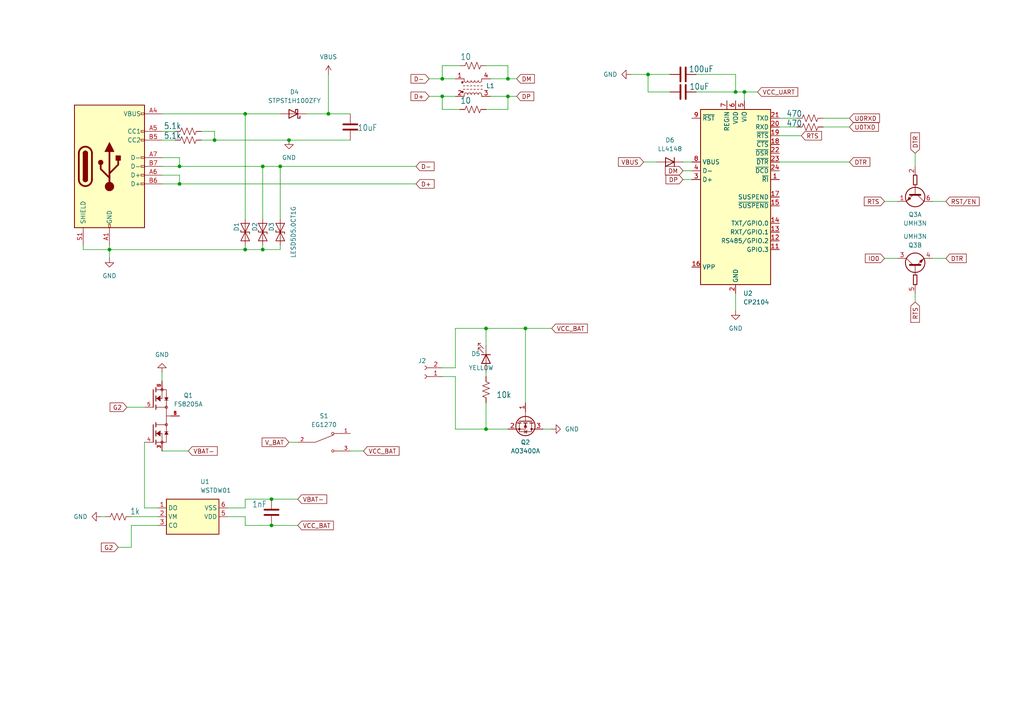
<source format=kicad_sch>
(kicad_sch (version 20231120) (generator "eeschema") (generator_version "8.0")
  (paper "A4")
  (title_block (title "TrackSense") (date "2024-05-07") (rev "BETA_1.0") (company "DFC - Cegep Ste-Foy"))
  (lib_symbols
    (symbol "Battery_Management:AP9101CK6"
      (property "Reference" "U12" (at 2.1941 10.16 0))
      (property "Value" "DW01Fa" (at 2.1941 7.62 0))
      (symbol "AP9101CK6_0_1"
        (rectangle (start -7.62 5.08) (end 7.62 -5.08) (stroke (width 0.254)) (fill (type background)))
      )
      (symbol "AP9101CK6_1_1"
        (pin output line (at -10.16 2.54 0) (length 2.54) (name "DO") (number "1"))
        (pin passive line (at -10.16 0 0) (length 2.54) (name "VM") (number "2"))
        (pin output line (at -10.16 -2.54 0) (length 2.54) (name "CO") (number "3"))
        (pin no_connect line (at 7.62 -2.54 180) (length 2.54) hide (name "NC") (number "4"))
        (pin power_in line (at 10.16 0 180) (length 2.54) (name "VDD") (number "5"))
        (pin power_in line (at 10.16 2.54 180) (length 2.54) (name "VSS") (number "6"))
      )
    )
    (symbol "Connector:Conn_01x02_Socket" (pin_names (offset 1.016) hide)
      (property "Reference" "J" (at 0 2.54 0))
      (property "Value" "Conn_01x02_Socket" (at 0 -5.08 0))
      (symbol "Conn_01x02_Socket_1_1"
        (arc (start 0 -2.032) (mid -0.5058 -2.54) (end 0 -3.048) (stroke (width 0.1524)))
        (polyline (pts (xy -1.27 -2.54) (xy -0.508 -2.54)) (stroke (width 0.1524)))
        (polyline (pts (xy -1.27 0) (xy -0.508 0)) (stroke (width 0.1524)))
        (arc (start 0 0.508) (mid -0.5058 0) (end 0 -0.508) (stroke (width 0.1524)))
        (pin passive line (at -5.08 0 0) (length 3.81) (name "Pin_1") (number "1"))
        (pin passive line (at -5.08 -2.54 0) (length 3.81) (name "Pin_2") (number "2"))
      )
    )
    (symbol "Connector:USB_C_Receptacle_USB2.0_14P" (pin_names (offset 1.016))
      (property "Reference" "J" (at 0 22.225 0))
      (property "Value" "USB_C_Receptacle_USB2.0_14P" (at 0 19.685 0))
      (symbol "USB_C_Receptacle_USB2.0_14P_0_0"
        (rectangle (start -0.254 -17.78) (end 0.254 -16.764))
        (rectangle (start 10.16 -4.826) (end 9.144 -5.334))
        (rectangle (start 10.16 -2.286) (end 9.144 -2.794))
        (rectangle (start 10.16 0.254) (end 9.144 -0.254))
        (rectangle (start 10.16 2.794) (end 9.144 2.286))
        (rectangle (start 10.16 7.874) (end 9.144 7.366))
        (rectangle (start 10.16 10.414) (end 9.144 9.906))
        (rectangle (start 10.16 15.494) (end 9.144 14.986))
      )
      (symbol "USB_C_Receptacle_USB2.0_14P_0_1"
        (rectangle (start -10.16 17.78) (end 10.16 -17.78) (stroke (width 0.254)) (fill (type background)))
        (arc (start -8.89 -3.81) (mid -6.985 -5.7067) (end -5.08 -3.81) (stroke (width 0.508)))
        (arc (start -7.62 -3.81) (mid -6.985 -4.4423) (end -6.35 -3.81) (stroke (width 0.254)))
        (arc (start -7.62 -3.81) (mid -6.985 -4.4423) (end -6.35 -3.81) (stroke (width 0.254)) (fill (type outline)))
        (rectangle (start -7.62 -3.81) (end -6.35 3.81) (stroke (width 0.254)) (fill (type outline)))
        (arc (start -6.35 3.81) (mid -6.985 4.4423) (end -7.62 3.81) (stroke (width 0.254)))
        (arc (start -6.35 3.81) (mid -6.985 4.4423) (end -7.62 3.81) (stroke (width 0.254)) (fill (type outline)))
        (arc (start -5.08 3.81) (mid -6.985 5.7067) (end -8.89 3.81) (stroke (width 0.508)))
        (circle (center -2.54 1.143) (radius 0.635) (stroke (width 0.254)) (fill (type outline)))
        (circle (center 0 -5.842) (radius 1.27) (fill (type outline)))
        (polyline (pts (xy -8.89 -3.81) (xy -8.89 3.81)) (stroke (width 0.508)))
        (polyline (pts (xy -5.08 3.81) (xy -5.08 -3.81)) (stroke (width 0.508)))
        (polyline (pts (xy 0 -5.842) (xy 0 4.318)) (stroke (width 0.508)))
        (polyline (pts (xy 0 -3.302) (xy -2.54 -0.762) (xy -2.54 0.508)) (stroke (width 0.508)))
        (polyline (pts (xy 0 -2.032) (xy 2.54 0.508) (xy 2.54 1.778)) (stroke (width 0.508)))
        (polyline (pts (xy -1.27 4.318) (xy 0 6.858) (xy 1.27 4.318) (xy -1.27 4.318)) (stroke (width 0.254)) (fill (type outline)))
        (rectangle (start 1.905 1.778) (end 3.175 3.048) (stroke (width 0.254)) (fill (type outline)))
      )
      (symbol "USB_C_Receptacle_USB2.0_14P_1_1"
        (pin passive line (at 0 -22.86 90) (length 5.08) (name "GND") (number "A1"))
        (pin passive line (at 0 -22.86 90) (length 5.08) hide (name "GND") (number "A12"))
        (pin passive line (at 15.24 15.24 180) (length 5.08) (name "VBUS") (number "A4"))
        (pin bidirectional line (at 15.24 10.16 180) (length 5.08) (name "CC1") (number "A5"))
        (pin bidirectional line (at 15.24 -2.54 180) (length 5.08) (name "D+") (number "A6"))
        (pin bidirectional line (at 15.24 2.54 180) (length 5.08) (name "D-") (number "A7"))
        (pin passive line (at 15.24 15.24 180) (length 5.08) hide (name "VBUS") (number "A9"))
        (pin passive line (at 0 -22.86 90) (length 5.08) hide (name "GND") (number "B1"))
        (pin passive line (at 0 -22.86 90) (length 5.08) hide (name "GND") (number "B12"))
        (pin passive line (at 15.24 15.24 180) (length 5.08) hide (name "VBUS") (number "B4"))
        (pin bidirectional line (at 15.24 7.62 180) (length 5.08) (name "CC2") (number "B5"))
        (pin bidirectional line (at 15.24 -5.08 180) (length 5.08) (name "D+") (number "B6"))
        (pin bidirectional line (at 15.24 0 180) (length 5.08) (name "D-") (number "B7"))
        (pin passive line (at 15.24 15.24 180) (length 5.08) hide (name "VBUS") (number "B9"))
        (pin passive line (at -7.62 -22.86 90) (length 5.08) (name "SHIELD") (number "S1"))
      )
    )
    (symbol "Device:C" (pin_numbers hide) (pin_names (offset 0.254))
      (property "Reference" "C" (at 0.635 2.54 0))
      (property "Value" "C" (at 0.635 -2.54 0))
      (symbol "C_0_1"
        (polyline (pts (xy -2.032 -0.762) (xy 2.032 -0.762)) (stroke (width 0.508)))
        (polyline (pts (xy -2.032 0.762) (xy 2.032 0.762)) (stroke (width 0.508)))
      )
      (symbol "C_1_1"
        (pin passive line (at 0 3.81 270) (length 2.794) (name "~") (number "1"))
        (pin passive line (at 0 -3.81 90) (length 2.794) (name "~") (number "2"))
      )
    )
    (symbol "Device:D_Schottky" (pin_numbers hide) (pin_names (offset 1.016) hide)
      (property "Reference" "D" (at 0 2.54 0))
      (property "Value" "D_Schottky" (at 0 -2.54 0))
      (symbol "D_Schottky_0_1"
        (polyline (pts (xy 1.27 0) (xy -1.27 0)))
        (polyline (pts (xy 1.27 1.27) (xy 1.27 -1.27) (xy -1.27 0) (xy 1.27 1.27)) (stroke (width 0.254)))
        (polyline (pts (xy -1.905 0.635) (xy -1.905 1.27) (xy -1.27 1.27) (xy -1.27 -1.27) (xy -0.635 -1.27) (xy -0.635 -0.635)) (stroke (width 0.254)))
      )
      (symbol "D_Schottky_1_1"
        (pin passive line (at -3.81 0 0) (length 2.54) (name "K") (number "1"))
        (pin passive line (at 3.81 0 180) (length 2.54) (name "A") (number "2"))
      )
    )
    (symbol "Device:LED" (pin_numbers hide) (pin_names (offset 1.016) hide)
      (property "Reference" "D" (at 0 2.54 0))
      (property "Value" "LED" (at 0 -2.54 0))
      (symbol "LED_0_1"
        (polyline (pts (xy -1.27 -1.27) (xy -1.27 1.27)) (stroke (width 0.254)))
        (polyline (pts (xy -1.27 0) (xy 1.27 0)))
        (polyline (pts (xy 1.27 -1.27) (xy 1.27 1.27) (xy -1.27 0) (xy 1.27 -1.27)) (stroke (width 0.254)))
        (polyline (pts (xy -3.048 -0.762) (xy -4.572 -2.286) (xy -3.81 -2.286) (xy -4.572 -2.286) (xy -4.572 -1.524)))
        (polyline (pts (xy -1.778 -0.762) (xy -3.302 -2.286) (xy -2.54 -2.286) (xy -3.302 -2.286) (xy -3.302 -1.524)))
      )
      (symbol "LED_1_1"
        (pin passive line (at -3.81 0 0) (length 2.54) (name "K") (number "1"))
        (pin passive line (at 3.81 0 180) (length 2.54) (name "A") (number "2"))
      )
    )
    (symbol "Device:L_Ferrite_Coupled_1423" (pin_names (offset 0.254) hide)
      (property "Reference" "L" (at 0 4.445 0))
      (property "Value" "L_Ferrite_Coupled_1423" (at 0 -4.445 0))
      (symbol "L_Ferrite_Coupled_1423_0_1"
        (circle (center -3.048 -1.27) (radius 0.254) (fill (type outline)))
        (circle (center -3.048 1.524) (radius 0.254) (fill (type outline)))
        (arc (start -2.54 2.032) (mid -2.032 1.5262) (end -1.524 2.032))
        (arc (start -1.524 -2.032) (mid -2.032 -1.5262) (end -2.54 -2.032))
        (arc (start -1.524 2.032) (mid -1.016 1.5262) (end -0.508 2.032))
        (arc (start -0.508 -2.032) (mid -1.016 -1.5262) (end -1.524 -2.032))
        (arc (start -0.508 2.032) (mid 0 1.5262) (end 0.508 2.032))
        (polyline (pts (xy -2.794 -0.508) (xy -2.286 -0.508)))
        (polyline (pts (xy -2.794 0.508) (xy -2.286 0.508)))
        (polyline (pts (xy -2.54 -2.032) (xy -2.54 -2.54)))
        (polyline (pts (xy -2.54 2.032) (xy -2.54 2.54)))
        (polyline (pts (xy -1.778 -0.508) (xy -1.27 -0.508)))
        (polyline (pts (xy -1.778 0.508) (xy -1.27 0.508)))
        (polyline (pts (xy -0.762 -0.508) (xy -0.254 -0.508)))
        (polyline (pts (xy -0.762 0.508) (xy -0.254 0.508)))
        (polyline (pts (xy 0.254 -0.508) (xy 0.762 -0.508)))
        (polyline (pts (xy 0.254 0.508) (xy 0.762 0.508)))
        (polyline (pts (xy 1.27 -0.508) (xy 1.778 -0.508)))
        (polyline (pts (xy 1.27 0.508) (xy 1.778 0.508)))
        (polyline (pts (xy 2.286 -0.508) (xy 2.794 -0.508)))
        (polyline (pts (xy 2.286 0.508) (xy 2.794 0.508)))
        (polyline (pts (xy 2.54 -2.032) (xy 2.54 -2.54)))
        (polyline (pts (xy 2.54 2.54) (xy 2.54 2.032)))
        (arc (start 0.508 -2.032) (mid 0 -1.5262) (end -0.508 -2.032))
        (arc (start 0.508 2.032) (mid 1.016 1.5262) (end 1.524 2.032))
        (arc (start 1.524 -2.032) (mid 1.016 -1.5262) (end 0.508 -2.032))
        (arc (start 1.524 2.032) (mid 2.032 1.5262) (end 2.54 2.032))
        (arc (start 2.54 -2.032) (mid 2.032 -1.5262) (end 1.524 -2.032))
      )
      (symbol "L_Ferrite_Coupled_1423_1_1"
        (pin passive line (at -5.08 2.54 0) (length 2.54) (name "1") (number "1"))
        (pin passive line (at -5.08 -2.54 0) (length 2.54) (name "2") (number "2"))
        (pin passive line (at 5.08 -2.54 180) (length 2.54) (name "3") (number "3"))
        (pin passive line (at 5.08 2.54 180) (length 2.54) (name "4") (number "4"))
      )
    )
    (symbol "Device:R_US" (pin_numbers hide) (pin_names (offset 0))
      (property "Reference" "R" (at 2.54 0 90))
      (property "Value" "R_US" (at -2.54 0 90))
      (symbol "R_US_0_1"
        (polyline (pts (xy 0 -2.286) (xy 0 -2.54)))
        (polyline (pts (xy 0 2.286) (xy 0 2.54)))
        (polyline (pts (xy 0 -0.762) (xy 1.016 -1.143) (xy 0 -1.524) (xy -1.016 -1.905) (xy 0 -2.286)))
        (polyline (pts (xy 0 0.762) (xy 1.016 0.381) (xy 0 0) (xy -1.016 -0.381) (xy 0 -0.762)))
        (polyline (pts (xy 0 2.286) (xy 1.016 1.905) (xy 0 1.524) (xy -1.016 1.143) (xy 0 0.762)))
      )
      (symbol "R_US_1_1"
        (pin passive line (at 0 3.81 270) (length 1.27) (name "~") (number "1"))
        (pin passive line (at 0 -3.81 90) (length 1.27) (name "~") (number "2"))
      )
    )
    (symbol "Diode:LL4148" (pin_numbers hide) (pin_names hide)
      (property "Reference" "D" (at 0 2.54 0))
      (property "Value" "LL4148" (at 0 -2.54 0))
      (symbol "LL4148_0_1"
        (polyline (pts (xy -1.27 1.27) (xy -1.27 -1.27)) (stroke (width 0.254)))
        (polyline (pts (xy 1.27 0) (xy -1.27 0)))
        (polyline (pts (xy 1.27 1.27) (xy 1.27 -1.27) (xy -1.27 0) (xy 1.27 1.27)) (stroke (width 0.254)))
      )
      (symbol "LL4148_1_1"
        (pin passive line (at -3.81 0 0) (length 2.54) (name "K") (number "1"))
        (pin passive line (at 3.81 0 180) (length 2.54) (name "A") (number "2"))
      )
    )
    (symbol "Diode:SD05_SOD323" (pin_numbers hide) (pin_names (offset 1.016) hide)
      (property "Reference" "D" (at 0 2.54 0))
      (property "Value" "SD05_SOD323" (at 0 -2.54 0))
      (symbol "SD05_SOD323_0_1"
        (polyline (pts (xy 1.27 0) (xy -1.27 0)))
        (polyline (pts (xy -2.54 -1.27) (xy 0 0) (xy -2.54 1.27) (xy -2.54 -1.27)) (stroke (width 0.2032)))
        (polyline (pts (xy 0.508 1.27) (xy 0 1.27) (xy 0 -1.27) (xy -0.508 -1.27)) (stroke (width 0.2032)))
        (polyline (pts (xy 2.54 1.27) (xy 2.54 -1.27) (xy 0 0) (xy 2.54 1.27)) (stroke (width 0.2032)))
      )
      (symbol "SD05_SOD323_1_1"
        (pin passive line (at -3.81 0 0) (length 2.54) (name "A1") (number "1"))
        (pin passive line (at 3.81 0 180) (length 2.54) (name "A2") (number "2"))
      )
    )
    (symbol "EG1270:EG1270" (pin_names (offset 1.016))
      (property "Reference" "S" (at -2.54 5.08 0))
      (property "Value" "EG1270" (at -2.54 -5.08 0))
      (symbol "EG1270_0_0"
        (polyline (pts (xy -2.54 0) (xy -5.08 0)) (stroke (width 0.1524)))
        (polyline (pts (xy -2.54 0) (xy 2.794 2.1336)) (stroke (width 0.1524)))
        (polyline (pts (xy 5.08 -2.54) (xy 2.921 -2.54)) (stroke (width 0.1524)))
        (polyline (pts (xy 5.08 2.54) (xy 2.921 2.54)) (stroke (width 0.1524)))
        (circle (center 2.54 -2.54) (radius 0.3302) (stroke (width 0.1524)))
        (circle (center 2.54 2.54) (radius 0.3302) (stroke (width 0.1524)))
        (pin passive line (at 7.62 2.54 180) (length 2.54) (name "~") (number "1"))
        (pin passive line (at -7.62 0 0) (length 2.54) (name "~") (number "2"))
        (pin passive line (at 7.62 -2.54 180) (length 2.54) (name "~") (number "3"))
      )
    )
    (symbol "FS8205A:FS8205A" (pin_names (offset 1.016))
      (property "Reference" "Q" (at -11.43 7.62 0))
      (property "Value" "FS8205A" (at -11.43 -12.7 0))
      (symbol "FS8205A_0_0"
        (circle (center 0 -7.62) (radius 0.3592))
        (polyline (pts (xy -2.54 -2.54) (xy -2.54 -7.62)) (stroke (width 0.254)))
        (polyline (pts (xy -2.54 7.62) (xy -2.54 2.54)) (stroke (width 0.254)))
        (polyline (pts (xy -1.778 -7.62) (xy -1.778 -8.255)) (stroke (width 0.254)))
        (polyline (pts (xy -1.778 -6.985) (xy -1.778 -7.62)) (stroke (width 0.254)))
        (polyline (pts (xy -1.778 -5.08) (xy -1.778 -5.842)) (stroke (width 0.254)))
        (polyline (pts (xy -1.778 -5.08) (xy 0 -5.08)) (stroke (width 0.1524)))
        (polyline (pts (xy -1.778 -4.318) (xy -1.778 -5.08)) (stroke (width 0.254)))
        (polyline (pts (xy -1.778 -2.54) (xy -1.778 -3.175)) (stroke (width 0.254)))
        (polyline (pts (xy -1.778 -2.54) (xy 1.27 -2.54)) (stroke (width 0.1524)))
        (polyline (pts (xy -1.778 -1.905) (xy -1.778 -2.54)) (stroke (width 0.254)))
        (polyline (pts (xy -1.778 2.54) (xy -1.778 1.905)) (stroke (width 0.254)))
        (polyline (pts (xy -1.778 3.175) (xy -1.778 2.54)) (stroke (width 0.254)))
        (polyline (pts (xy -1.778 5.08) (xy -1.778 4.318)) (stroke (width 0.254)))
        (polyline (pts (xy -1.778 5.08) (xy 0 5.08)) (stroke (width 0.1524)))
        (polyline (pts (xy -1.778 5.842) (xy -1.778 5.08)) (stroke (width 0.254)))
        (polyline (pts (xy -1.778 7.62) (xy -1.778 6.985)) (stroke (width 0.254)))
        (polyline (pts (xy -1.778 7.62) (xy 1.27 7.62)) (stroke (width 0.1524)))
        (polyline (pts (xy -1.778 8.255) (xy -1.778 7.62)) (stroke (width 0.254)))
        (polyline (pts (xy 0 -7.62) (xy -1.778 -7.62)) (stroke (width 0.1524)))
        (polyline (pts (xy 0 -7.62) (xy 1.27 -7.62)) (stroke (width 0.1524)))
        (polyline (pts (xy 0 -5.08) (xy 0 -7.62)) (stroke (width 0.1524)))
        (polyline (pts (xy 0 7.62) (xy 0 5.08)) (stroke (width 0.1524)))
        (polyline (pts (xy 0.762 4.572) (xy 1.27 4.572)) (stroke (width 0.1524)))
        (polyline (pts (xy 1.27 -4.572) (xy 0.762 -4.572)) (stroke (width 0.1524)))
        (polyline (pts (xy 1.27 -4.572) (xy 1.27 -7.62)) (stroke (width 0.1524)))
        (polyline (pts (xy 1.27 -2.54) (xy 1.27 -4.572)) (stroke (width 0.1524)))
        (polyline (pts (xy 1.27 -2.54) (xy 1.27 0)) (stroke (width 0.1524)))
        (polyline (pts (xy 1.27 0) (xy 1.27 2.54)) (stroke (width 0.1524)))
        (polyline (pts (xy 1.27 0) (xy 2.54 0)) (stroke (width 0.1524)))
        (polyline (pts (xy 1.27 2.54) (xy -1.778 2.54)) (stroke (width 0.1524)))
        (polyline (pts (xy 1.27 2.54) (xy 1.27 4.572)) (stroke (width 0.1524)))
        (polyline (pts (xy 1.27 4.572) (xy 1.27 7.62)) (stroke (width 0.1524)))
        (polyline (pts (xy 1.27 4.572) (xy 1.778 4.572)) (stroke (width 0.1524)))
        (polyline (pts (xy 1.778 -4.572) (xy 1.27 -4.572)) (stroke (width 0.1524)))
        (polyline (pts (xy -1.524 -5.08) (xy -0.508 -4.318) (xy -0.508 -5.842) (xy -1.524 -5.08)) (stroke (width 0.1524)) (fill (type outline)))
        (polyline (pts (xy -1.524 5.08) (xy -0.508 5.842) (xy -0.508 4.318) (xy -1.524 5.08)) (stroke (width 0.1524)) (fill (type outline)))
        (polyline (pts (xy 1.27 -4.572) (xy 0.762 -5.334) (xy 1.778 -5.334) (xy 1.27 -4.572)) (stroke (width 0.1524)) (fill (type outline)))
        (polyline (pts (xy 1.27 4.572) (xy 1.778 5.334) (xy 0.762 5.334) (xy 1.27 4.572)) (stroke (width 0.1524)) (fill (type outline)))
        (circle (center 0 7.62) (radius 0.3592))
        (circle (center 1.27 -2.54) (radius 0.3592))
        (circle (center 1.27 2.54) (radius 0.3592))
        (pin passive line (at 5.08 0 180) (length 2.54) (name "~") (number "1"))
        (pin passive line (at 0 -10.16 90) (length 2.54) (name "~") (number "2"))
        (pin passive line (at 0 -10.16 90) (length 2.54) (name "~") (number "3"))
        (pin passive line (at -5.08 -7.62 0) (length 2.54) (name "~") (number "4"))
        (pin passive line (at -5.08 2.54 0) (length 2.54) (name "~") (number "5"))
        (pin passive line (at 0 10.16 270) (length 2.54) (name "~") (number "6"))
        (pin passive line (at 0 10.16 270) (length 2.54) (name "~") (number "7"))
        (pin passive line (at 5.08 0 180) (length 2.54) (name "~") (number "8"))
      )
    )
    (symbol "Interface_USB:CP2104"
      (property "Reference" "U" (at -5.08 28.575 0))
      (property "Value" "CP2104" (at -5.08 26.67 0))
      (symbol "CP2104_1_1"
        (rectangle (start -10.16 25.4) (end 10.16 -25.4) (stroke (width 0.254)) (fill (type background)))
        (pin input line (at 12.7 5.08 180) (length 2.54) (name "~{RI}") (number "1"))
        (pin no_connect line (at 10.16 -20.32 180) (length 2.54) hide (name "NC") (number "10"))
        (pin bidirectional line (at 12.7 -15.24 180) (length 2.54) (name "GPIO.3") (number "11"))
        (pin bidirectional line (at 12.7 -12.7 180) (length 2.54) (name "RS485/GPIO.2") (number "12"))
        (pin bidirectional line (at 12.7 -10.16 180) (length 2.54) (name "RXT/GPIO.1") (number "13"))
        (pin bidirectional line (at 12.7 -7.62 180) (length 2.54) (name "TXT/GPIO.0") (number "14"))
        (pin output line (at 12.7 -2.54 180) (length 2.54) (name "~{SUSPEND}") (number "15"))
        (pin passive line (at -12.7 -20.32 0) (length 2.54) (name "VPP") (number "16"))
        (pin output line (at 12.7 0 180) (length 2.54) (name "SUSPEND") (number "17"))
        (pin input line (at 12.7 15.24 180) (length 2.54) (name "~{CTS}") (number "18"))
        (pin output line (at 12.7 17.78 180) (length 2.54) (name "~{RTS}") (number "19"))
        (pin power_in line (at 0 -27.94 90) (length 2.54) (name "GND") (number "2"))
        (pin input line (at 12.7 20.32 180) (length 2.54) (name "RXD") (number "20"))
        (pin output line (at 12.7 22.86 180) (length 2.54) (name "TXD") (number "21"))
        (pin input line (at 12.7 12.7 180) (length 2.54) (name "~{DSR}") (number "22"))
        (pin output line (at 12.7 10.16 180) (length 2.54) (name "~{DTR}") (number "23"))
        (pin input line (at 12.7 7.62 180) (length 2.54) (name "~{DCD}") (number "24"))
        (pin passive line (at 0 -27.94 90) (length 2.54) hide (name "GND") (number "25"))
        (pin bidirectional line (at -12.7 5.08 0) (length 2.54) (name "D+") (number "3"))
        (pin bidirectional line (at -12.7 7.62 0) (length 2.54) (name "D-") (number "4"))
        (pin power_in line (at 2.54 27.94 270) (length 2.54) (name "VIO") (number "5"))
        (pin power_in line (at 0 27.94 270) (length 2.54) (name "VDD") (number "6"))
        (pin power_in line (at -2.54 27.94 270) (length 2.54) (name "REGIN") (number "7"))
        (pin input line (at -12.7 10.16 0) (length 2.54) (name "VBUS") (number "8"))
        (pin bidirectional line (at -12.7 22.86 0) (length 2.54) (name "~{RST}") (number "9"))
      )
    )
    (symbol "Transistor_BJT:UMH3N" (pin_names hide)
      (property "Reference" "Q" (at 7.62 1.27 0))
      (property "Value" "UMH3N" (at 7.62 -1.27 0))
      (symbol "UMH3N_0_1"
        (polyline (pts (xy 3.175 0) (xy 0.254 0)))
        (polyline (pts (xy 3.175 0.635) (xy 5.08 2.54)))
        (polyline (pts (xy 3.175 1.524) (xy 3.175 -1.524)) (stroke (width 0.508)))
        (polyline (pts (xy 3.175 -0.635) (xy 5.08 -2.54) (xy 5.08 -2.54)))
        (polyline (pts (xy 3.81 -1.778) (xy 4.318 -1.27) (xy 4.826 -2.286) (xy 3.81 -1.778) (xy 3.81 -1.778)) (fill (type outline)))
        (rectangle (start 0.254 0.508) (end -2.54 -0.508) (stroke (width 0.254)))
        (circle (center 3.81 0) (radius 2.8194) (stroke (width 0.254)))
      )
      (symbol "UMH3N_1_1"
        (pin passive line (at 5.08 -5.08 90) (length 2.54) (name "E1") (number "1"))
        (pin input line (at -5.08 0 0) (length 2.54) (name "B1") (number "2"))
        (pin passive line (at 5.08 5.08 270) (length 2.54) (name "C1") (number "6"))
      )
      (symbol "UMH3N_2_1"
        (pin passive line (at 5.08 5.08 270) (length 2.54) (name "C2") (number "3"))
        (pin passive line (at 5.08 -5.08 90) (length 2.54) (name "E2") (number "4"))
        (pin input line (at -5.08 0 0) (length 2.54) (name "B2") (number "5"))
      )
    )
    (symbol "Transistor_FET:AO3400A" (pin_names hide)
      (property "Reference" "Q" (at 5.08 1.905 0))
      (property "Value" "AO3400A" (at 5.08 0 0))
      (symbol "AO3400A_0_1"
        (polyline (pts (xy 0.254 0) (xy -2.54 0)))
        (polyline (pts (xy 0.254 1.905) (xy 0.254 -1.905)) (stroke (width 0.254)))
        (polyline (pts (xy 0.762 -1.27) (xy 0.762 -2.286)) (stroke (width 0.254)))
        (polyline (pts (xy 0.762 0.508) (xy 0.762 -0.508)) (stroke (width 0.254)))
        (polyline (pts (xy 0.762 2.286) (xy 0.762 1.27)) (stroke (width 0.254)))
        (polyline (pts (xy 2.54 2.54) (xy 2.54 1.778)))
        (polyline (pts (xy 2.54 -2.54) (xy 2.54 0) (xy 0.762 0)))
        (polyline (pts (xy 0.762 -1.778) (xy 3.302 -1.778) (xy 3.302 1.778) (xy 0.762 1.778)))
        (polyline (pts (xy 1.016 0) (xy 2.032 0.381) (xy 2.032 -0.381) (xy 1.016 0)) (fill (type outline)))
        (polyline (pts (xy 2.794 0.508) (xy 2.921 0.381) (xy 3.683 0.381) (xy 3.81 0.254)))
        (polyline (pts (xy 3.302 0.381) (xy 2.921 -0.254) (xy 3.683 -0.254) (xy 3.302 0.381)))
        (circle (center 1.651 0) (radius 2.794) (stroke (width 0.254)))
        (circle (center 2.54 -1.778) (radius 0.254) (fill (type outline)))
        (circle (center 2.54 1.778) (radius 0.254) (fill (type outline)))
      )
      (symbol "AO3400A_1_1"
        (pin input line (at -5.08 0 0) (length 2.54) (name "G") (number "1"))
        (pin passive line (at 2.54 -5.08 90) (length 2.54) (name "S") (number "2"))
        (pin passive line (at 2.54 5.08 270) (length 2.54) (name "D") (number "3"))
      )
    )
    (symbol "power:GND" (power) (pin_numbers hide) (pin_names (offset 0) hide)
      (property "Value" "GND" (at 0 -3.81 0))
      (symbol "GND_0_1"
        (polyline (pts (xy 0 0) (xy 0 -1.27) (xy 1.27 -1.27) (xy 0 -2.54) (xy -1.27 -1.27) (xy 0 -1.27)))
      )
      (symbol "GND_1_1"
        (pin power_in line (at 0 0 270) (length 0) (name "~") (number "1"))
      )
    )
    (symbol "power:VBUS" (power) (pin_numbers hide) (pin_names (offset 0) hide)
      (property "Value" "VBUS" (at 0 3.556 0))
      (symbol "VBUS_0_1"
        (polyline (pts (xy -0.762 1.27) (xy 0 2.54)))
        (polyline (pts (xy 0 0) (xy 0 2.54)))
        (polyline (pts (xy 0 2.54) (xy 0.762 1.27)))
      )
      (symbol "VBUS_1_1"
        (pin power_in line (at 0 0 90) (length 0) (name "~") (number "1"))
      )
    )
  )
  (junction (at 52.07 53.34))
  (junction (at 83.82 40.64))
  (junction (at 215.9 26.67))
  (junction (at 71.12 72.39))
  (junction (at 76.2 72.39))
  (junction (at 140.97 124.46))
  (junction (at 140.97 95.25))
  (junction (at 78.74 152.4))
  (junction (at 71.12 33.02))
  (junction (at 213.36 26.67))
  (junction (at 81.28 48.26))
  (junction (at 152.4 95.25))
  (junction (at 187.96 21.59))
  (junction (at 128.27 27.94))
  (junction (at 147.32 27.94))
  (junction (at 78.74 144.78))
  (junction (at 95.25 33.02))
  (junction (at 76.2 48.26))
  (junction (at 52.07 48.26))
  (junction (at 147.32 22.86))
  (junction (at 31.75 72.39))
  (junction (at 62.23 40.64))
  (junction (at 128.27 22.86))
  (wire (pts (xy 24.13 72.39) (xy 31.75 72.39)))
  (wire (pts (xy 198.12 46.99) (xy 200.66 46.99)))
  (wire (pts (xy 46.99 33.02) (xy 71.12 33.02)))
  (wire (pts (xy 187.96 21.59) (xy 182.88 21.59)))
  (wire (pts (xy 36.83 118.11) (xy 41.91 118.11)))
  (wire (pts (xy 147.32 31.75) (xy 147.32 27.94)))
  (wire (pts (xy 58.42 40.64) (xy 62.23 40.64)) (stroke (width 0.1524)))
  (wire (pts (xy 62.23 38.1) (xy 62.23 40.64)) (stroke (width 0.1524)))
  (wire (pts (xy 142.24 22.86) (xy 147.32 22.86)))
  (wire (pts (xy 132.08 109.22) (xy 132.08 124.46)))
  (wire (pts (xy 238.76 36.83) (xy 246.38 36.83)))
  (wire (pts (xy 38.1 149.86) (xy 45.72 149.86)))
  (wire (pts (xy 71.12 147.32) (xy 71.12 144.78)))
  (wire (pts (xy 24.13 71.12) (xy 24.13 72.39)))
  (wire (pts (xy 128.27 109.22) (xy 132.08 109.22)))
  (wire (pts (xy 49.53 40.64) (xy 50.8 40.64)))
  (wire (pts (xy 81.28 72.39) (xy 76.2 72.39)))
  (wire (pts (xy 38.1 158.75) (xy 34.29 158.75)))
  (wire (pts (xy 226.06 34.29) (xy 231.14 34.29)))
  (wire (pts (xy 140.97 31.75) (xy 147.32 31.75)))
  (wire (pts (xy 140.97 116.84) (xy 140.97 124.46)))
  (wire (pts (xy 198.12 52.07) (xy 200.66 52.07)))
  (wire (pts (xy 226.06 36.83) (xy 231.14 36.83)))
  (wire (pts (xy 226.06 46.99) (xy 246.38 46.99)))
  (wire (pts (xy 152.4 95.25) (xy 140.97 95.25)))
  (wire (pts (xy 270.51 74.93) (xy 274.32 74.93)))
  (wire (pts (xy 83.82 40.64) (xy 101.6 40.64)))
  (wire (pts (xy 256.54 58.42) (xy 260.35 58.42)))
  (wire (pts (xy 132.08 106.68) (xy 128.27 106.68)))
  (wire (pts (xy 38.1 152.4) (xy 38.1 158.75)))
  (wire (pts (xy 238.76 34.29) (xy 246.38 34.29)))
  (wire (pts (xy 46.99 50.8) (xy 52.07 50.8)))
  (wire (pts (xy 52.07 48.26) (xy 76.2 48.26)))
  (wire (pts (xy 81.28 71.12) (xy 81.28 72.39)))
  (wire (pts (xy 140.97 107.95) (xy 140.97 109.22)))
  (wire (pts (xy 142.24 27.94) (xy 147.32 27.94)))
  (wire (pts (xy 46.99 45.72) (xy 52.07 45.72)))
  (wire (pts (xy 198.12 49.53) (xy 200.66 49.53)))
  (wire (pts (xy 66.04 147.32) (xy 71.12 147.32)))
  (wire (pts (xy 128.27 31.75) (xy 133.35 31.75)))
  (wire (pts (xy 52.07 45.72) (xy 52.07 48.26)))
  (wire (pts (xy 66.04 149.86) (xy 71.12 149.86)))
  (wire (pts (xy 95.25 33.02) (xy 101.6 33.02)))
  (wire (pts (xy 71.12 149.86) (xy 71.12 152.4)))
  (wire (pts (xy 152.4 95.25) (xy 152.4 116.84)))
  (wire (pts (xy 71.12 71.12) (xy 71.12 72.39)))
  (wire (pts (xy 76.2 48.26) (xy 81.28 48.26)))
  (wire (pts (xy 213.36 85.09) (xy 213.36 90.17)))
  (wire (pts (xy 128.27 19.05) (xy 133.35 19.05)))
  (wire (pts (xy 71.12 33.02) (xy 81.28 33.02)))
  (wire (pts (xy 31.75 71.12) (xy 31.75 72.39)))
  (wire (pts (xy 201.93 26.67) (xy 213.36 26.67)))
  (wire (pts (xy 71.12 144.78) (xy 78.74 144.78)))
  (wire (pts (xy 201.93 21.59) (xy 213.36 21.59)))
  (wire (pts (xy 58.42 38.1) (xy 62.23 38.1)) (stroke (width 0.1524)))
  (wire (pts (xy 52.07 53.34) (xy 46.99 53.34)))
  (wire (pts (xy 76.2 48.26) (xy 76.2 63.5)))
  (wire (pts (xy 81.28 48.26) (xy 120.65 48.26)))
  (wire (pts (xy 46.99 38.1) (xy 49.53 38.1)) (stroke (width 0.1524)))
  (wire (pts (xy 71.12 72.39) (xy 76.2 72.39)))
  (wire (pts (xy 46.99 40.64) (xy 49.53 40.64)) (stroke (width 0.1524)))
  (wire (pts (xy 187.96 21.59) (xy 194.31 21.59)))
  (wire (pts (xy 147.32 22.86) (xy 149.86 22.86)))
  (wire (pts (xy 95.25 21.59) (xy 95.25 33.02)))
  (wire (pts (xy 132.08 124.46) (xy 140.97 124.46)))
  (wire (pts (xy 31.75 72.39) (xy 31.75 74.93)))
  (wire (pts (xy 46.99 107.95) (xy 46.99 110.49)))
  (wire (pts (xy 256.54 74.93) (xy 260.35 74.93)))
  (wire (pts (xy 62.23 40.64) (xy 83.82 40.64)))
  (wire (pts (xy 52.07 50.8) (xy 52.07 53.34)))
  (wire (pts (xy 160.02 95.25) (xy 152.4 95.25)))
  (wire (pts (xy 213.36 21.59) (xy 213.36 26.67)))
  (wire (pts (xy 140.97 124.46) (xy 147.32 124.46)))
  (wire (pts (xy 186.69 46.99) (xy 190.5 46.99)))
  (wire (pts (xy 213.36 26.67) (xy 215.9 26.67)))
  (wire (pts (xy 31.75 72.39) (xy 71.12 72.39)))
  (wire (pts (xy 52.07 48.26) (xy 46.99 48.26)))
  (wire (pts (xy 128.27 19.05) (xy 128.27 22.86)))
  (wire (pts (xy 86.36 152.4) (xy 78.74 152.4)))
  (wire (pts (xy 128.27 31.75) (xy 128.27 27.94)))
  (wire (pts (xy 46.99 130.81) (xy 54.61 130.81)))
  (wire (pts (xy 52.07 53.34) (xy 120.65 53.34)))
  (wire (pts (xy 219.71 26.67) (xy 215.9 26.67)))
  (wire (pts (xy 101.6 130.81) (xy 105.41 130.81)))
  (wire (pts (xy 147.32 27.94) (xy 149.86 27.94)))
  (wire (pts (xy 71.12 152.4) (xy 78.74 152.4)))
  (wire (pts (xy 140.97 95.25) (xy 140.97 100.33)))
  (wire (pts (xy 157.48 124.46) (xy 160.02 124.46)))
  (wire (pts (xy 226.06 39.37) (xy 232.41 39.37)))
  (wire (pts (xy 132.08 95.25) (xy 132.08 106.68)))
  (wire (pts (xy 128.27 22.86) (xy 132.08 22.86)))
  (wire (pts (xy 88.9 33.02) (xy 95.25 33.02)))
  (wire (pts (xy 83.82 128.27) (xy 86.36 128.27)))
  (wire (pts (xy 78.74 144.78) (xy 86.36 144.78)))
  (wire (pts (xy 45.72 152.4) (xy 38.1 152.4)))
  (wire (pts (xy 265.43 44.45) (xy 265.43 48.26)))
  (wire (pts (xy 270.51 58.42) (xy 274.32 58.42)))
  (wire (pts (xy 124.46 22.86) (xy 128.27 22.86)))
  (wire (pts (xy 187.96 26.67) (xy 187.96 21.59)))
  (wire (pts (xy 49.53 38.1) (xy 50.8 38.1)))
  (wire (pts (xy 128.27 27.94) (xy 132.08 27.94)))
  (wire (pts (xy 124.46 27.94) (xy 128.27 27.94)))
  (wire (pts (xy 265.43 85.09) (xy 265.43 87.63)))
  (wire (pts (xy 76.2 71.12) (xy 76.2 72.39)))
  (wire (pts (xy 71.12 33.02) (xy 71.12 63.5)))
  (wire (pts (xy 194.31 26.67) (xy 187.96 26.67)))
  (wire (pts (xy 41.91 128.27) (xy 41.91 147.32)))
  (wire (pts (xy 215.9 26.67) (xy 215.9 29.21)))
  (wire (pts (xy 140.97 19.05) (xy 147.32 19.05)))
  (wire (pts (xy 140.97 95.25) (xy 132.08 95.25)))
  (wire (pts (xy 41.91 147.32) (xy 45.72 147.32)))
  (wire (pts (xy 29.21 149.86) (xy 30.48 149.86)))
  (wire (pts (xy 81.28 48.26) (xy 81.28 63.5)))
  (wire (pts (xy 147.32 19.05) (xy 147.32 22.86)))
  (global_label "RTS" (shape input) (at 232.41 39.37 0) (property "Intersheetrefs" "${INTERSHEET_REFS}" (effects (hide yes))))
  (global_label "V_BAT" (shape input) (at 83.82 128.27 180) (property "Intersheetrefs" "${INTERSHEET_REFS}" (effects (hide yes))))
  (global_label "DTR" (shape input) (at 265.43 44.45 90) (property "Intersheetrefs" "${INTERSHEET_REFS}" (effects (hide yes))))
  (global_label "DM" (shape input) (at 149.86 22.86 0) (property "Intersheetrefs" "${INTERSHEET_REFS}" (effects (hide yes))))
  (global_label "VBAT-" (shape input) (at 86.36 144.78 0) (property "Intersheetrefs" "${INTERSHEET_REFS}" (effects (hide yes))))
  (global_label "G2" (shape input) (at 36.83 118.11 180) (property "Intersheetrefs" "${INTERSHEET_REFS}" (effects (hide yes))))
  (global_label "VCC_BAT" (shape input) (at 160.02 95.25 0) (property "Intersheetrefs" "${INTERSHEET_REFS}" (effects (hide yes))))
  (global_label "RTS" (shape input) (at 256.54 58.42 180) (property "Intersheetrefs" "${INTERSHEET_REFS}" (effects (hide yes))))
  (global_label "IO0" (shape input) (at 256.54 74.93 180) (property "Intersheetrefs" "${INTERSHEET_REFS}" (effects (hide yes))))
  (global_label "D+" (shape input) (at 120.65 53.34 0) (property "Intersheetrefs" "${INTERSHEET_REFS}" (effects (hide yes))))
  (global_label "U0TXD" (shape input) (at 246.38 36.83 0) (property "Intersheetrefs" "${INTERSHEET_REFS}" (effects (hide yes))))
  (global_label "DP" (shape input) (at 149.86 27.94 0) (property "Intersheetrefs" "${INTERSHEET_REFS}" (effects (hide yes))))
  (global_label "DM" (shape input) (at 198.12 49.53 180) (property "Intersheetrefs" "${INTERSHEET_REFS}" (effects (hide yes))))
  (global_label "VBAT-" (shape input) (at 54.61 130.81 0) (property "Intersheetrefs" "${INTERSHEET_REFS}" (effects (hide yes))))
  (global_label "G2" (shape input) (at 34.29 158.75 180) (property "Intersheetrefs" "${INTERSHEET_REFS}" (effects (hide yes))))
  (global_label "D-" (shape input) (at 124.46 22.86 180) (property "Intersheetrefs" "${INTERSHEET_REFS}" (effects (hide yes))))
  (global_label "DTR" (shape input) (at 274.32 74.93 0) (property "Intersheetrefs" "${INTERSHEET_REFS}" (effects (hide yes))))
  (global_label "VCC_BAT" (shape input) (at 105.41 130.81 0) (property "Intersheetrefs" "${INTERSHEET_REFS}" (effects (hide yes))))
  (global_label "DTR" (shape input) (at 246.38 46.99 0) (property "Intersheetrefs" "${INTERSHEET_REFS}" (effects (hide yes))))
  (global_label "VCC_UART" (shape input) (at 219.71 26.67 0) (property "Intersheetrefs" "${INTERSHEET_REFS}" (effects (hide yes))))
  (global_label "VBUS" (shape input) (at 186.69 46.99 180) (property "Intersheetrefs" "${INTERSHEET_REFS}" (effects (hide yes))))
  (global_label "D-" (shape input) (at 120.65 48.26 0) (property "Intersheetrefs" "${INTERSHEET_REFS}" (effects (hide yes))))
  (global_label "U0RXD" (shape input) (at 246.38 34.29 0) (property "Intersheetrefs" "${INTERSHEET_REFS}" (effects (hide yes))))
  (global_label "RST{slash}EN" (shape input) (at 274.32 58.42 0) (property "Intersheetrefs" "${INTERSHEET_REFS}" (effects (hide yes))))
  (global_label "RTS" (shape input) (at 265.43 87.63 270) (property "Intersheetrefs" "${INTERSHEET_REFS}" (effects (hide yes))))
  (global_label "D+" (shape input) (at 124.46 27.94 180) (property "Intersheetrefs" "${INTERSHEET_REFS}" (effects (hide yes))))
  (global_label "DP" (shape input) (at 198.12 52.07 180) (property "Intersheetrefs" "${INTERSHEET_REFS}" (effects (hide yes))))
  (global_label "VCC_BAT" (shape input) (at 86.36 152.4 0) (property "Intersheetrefs" "${INTERSHEET_REFS}" (effects (hide yes))))
  (symbol (lib_id "power:GND") (at 182.88 21.59 270) (unit 1)
    (property "Reference" "#PWR07" (effects (hide yes)))
    (property "Value" "GND" (at 179.07 21.5901 90) (effects (justify right)))
    (property "Description" "Power symbol creates a global label with name \"GND\" , ground" (effects (hide yes)))
  )
  (symbol (lib_id "Device:C") (at 198.12 26.67 90) (unit 1)
    (property "Reference" "C4" (effects (hide yes)))
    (property "Value" "10uF" (at 205.74 24.13 90) (effects (font (size 1.778 1.5113)) (justify left bottom)))
    (property "Footprint" "Capacitor_SMD:C_0603_1608Metric" (effects (hide yes)))
    (property "Description" "Unpolarized capacitor" (effects (hide yes)))
  )
  (symbol (lib_id "Device:C") (at 78.74 148.59 180) (unit 1)
    (property "Reference" "C1" (effects (hide yes)))
    (property "Value" "1nF" (at 77.47 145.288 0) (effects (font (size 1.778 1.5113)) (justify left bottom)))
    (property "Footprint" "Capacitor_SMD:C_0603_1608Metric" (effects (hide yes)))
    (property "Description" "Unpolarized capacitor" (effects (hide yes)))
  )
  (symbol (lib_id "Device:R_US") (at 137.16 31.75 90) (unit 1)
    (property "Reference" "R5" (effects (hide yes)))
    (property "Value" "10" (at 136.652 28.194 90) (effects (font (size 1.778 1.5113)) (justify left bottom)))
    (property "Footprint" "Resistor_SMD:R_0603_1608Metric" (effects (hide yes)))
    (property "Description" "Resistor, US symbol" (effects (hide yes)))
  )
  (symbol (lib_id "Device:R_US") (at 54.61 40.64 90) (unit 1)
    (property "Reference" "R3" (effects (hide yes)))
    (property "Value" "5.1k" (at 52.578 38.354 90) (effects (font (size 1.778 1.5113)) (justify left bottom)))
    (property "Footprint" "Resistor_SMD:R_0603_1608Metric" (effects (hide yes)))
    (property "Description" "Resistor, US symbol" (effects (hide yes)))
  )
  (symbol (lib_id "Device:LED") (at 140.97 104.14 270) (unit 1)
    (property "Reference" "D5" (at 136.652 102.616 90) (effects (justify left)))
    (property "Value" "YELLOW" (at 135.89 106.68 90) (effects (justify left)))
    (property "Footprint" "LED_SMD:LED_0603_1608Metric" (effects (hide yes)))
    (property "Description" "Light emitting diode" (effects (hide yes)))
  )
  (symbol (lib_id "EG1270:EG1270") (at 93.98 128.27 0) (unit 1)
    (property "Reference" "S1" (at 93.98 120.65 0))
    (property "Value" "EG1270" (at 93.98 123.19 0))
    (property "Footprint" "KicadLib:SW_EG1270" (effects (hide yes)))
    (property "MF" "E-Switch" (effects (hide yes)))
    (property "MAXIMUM_PACKAGE_HEIGHT" "4.0 mm" (effects (hide yes)))
    (property "Package" "None" (effects (hide yes)))
    (property "Price" "None" (effects (hide yes)))
    (property "Check_prices" "https://www.snapeda.com/parts/EG1270/E-Switch/view-part/?ref=eda" (effects (hide yes)))
    (property "STANDARD" "Manufacturer Recommendations" (effects (hide yes)))
    (property "PARTREV" "-" (effects (hide yes)))
    (property "SnapEDA_Link" "https://www.snapeda.com/parts/EG1270/E-Switch/view-part/?ref=snap" (effects (hide yes)))
    (property "MP" "EG1270" (effects (hide yes)))
    (property "Description_1" "\nSlide Switch, EG Series, SPDT, Non-Shorting, ON-ON, 300mA DC, 6VDC, R/A, PC | E-Switch EG1270\n" (effects (hide yes)))
    (property "MANUFACTURER" "E-Switch" (effects (hide yes)))
    (property "Availability" "In Stock" (effects (hide yes)))
    (property "SNAPEDA_PN" "EG1270" (effects (hide yes)))
  )
  (symbol (lib_id "Transistor_BJT:UMH3N") (at 265.43 53.34 270) (unit 1)
    (property "Reference" "Q3" (at 265.43 62.23 90))
    (property "Value" "UMH3N" (at 265.43 64.77 90))
    (property "Footprint" "Package_TO_SOT_SMD:SOT-363_SC-70-6" (effects (hide yes)))
    (property "Datasheet" "http://rohmfs.rohm.com/en/products/databook/datasheet/discrete/transistor/digital/emh3t2r-e.pdf" (effects (hide yes)))
    (property "Description" "0.1A Ic, 50V Vce, Dual NPN Input Resistor Transistors, SOT-363" (effects (hide yes)))
  )
  (symbol (lib_id "Device:L_Ferrite_Coupled_1423") (at 137.16 25.4 0) (unit 1)
    (property "Reference" "L1" (at 142.24 24.892 0))
    (property "Value" "L_Ferrite_Coupled_1423" (effects (hide yes)))
    (property "Footprint" "Inductor_SMD:L_CommonModeChoke_Coilcraft_0805USB" (effects (hide yes)))
    (property "Description" "Coupled inductor with ferrite core" (effects (hide yes)))
  )
  (symbol (lib_id "Battery_Management:AP9101CK6") (at 55.88 149.86 0) (unit 1)
    (property "Reference" "U1" (at 58.0741 139.7 0) (effects (justify left)))
    (property "Value" "WSTDW01" (at 58.0741 142.24 0) (effects (justify left)))
    (property "Footprint" "Package_TO_SOT_SMD:SOT-23-6" (effects (hide yes)))
    (property "Datasheet" "https://www.lcsc.com/datasheet/lcsc_datasheet_1810301822_Winsok-Semicon-WSTDW01_C86873.pdf" (effects (hide yes)))
    (property "Description" "Li+ Battery Protection IC for Single Cell Pack, SOT-23-6" (effects (hide yes)))
  )
  (symbol (lib_id "Device:R_US") (at 34.29 149.86 90) (unit 1)
    (property "Reference" "R1" (effects (hide yes)))
    (property "Value" "1k" (at 40.64 147.32 90) (effects (font (size 1.778 1.5113)) (justify left bottom)))
    (property "Footprint" "Resistor_SMD:R_0402_1005Metric" (effects (hide yes)))
    (property "Description" "Resistor, US symbol" (effects (hide yes)))
  )
  (symbol (lib_id "power:GND") (at 83.82 40.64 0) (unit 1)
    (property "Reference" "#PWR04" (effects (hide yes)))
    (property "Value" "GND" (at 83.82 45.72 0))
    (property "Description" "Power symbol creates a global label with name \"GND\" , ground" (effects (hide yes)))
  )
  (symbol (lib_id "Device:R_US") (at 234.95 34.29 90) (unit 1)
    (property "Reference" "R7" (effects (hide yes)))
    (property "Value" "470" (at 232.664 32.004 90) (effects (font (size 1.778 1.5113)) (justify left bottom)))
    (property "Footprint" "Resistor_SMD:R_0603_1608Metric" (effects (hide yes)))
    (property "Description" "Resistor, US symbol" (effects (hide yes)))
  )
  (symbol (lib_id "Device:R_US") (at 140.97 113.03 180) (unit 1)
    (property "Reference" "R6" (effects (hide yes)))
    (property "Value" "10k" (at 148.336 113.538 0) (effects (font (size 1.778 1.5113)) (justify left bottom)))
    (property "Footprint" "Resistor_SMD:R_0402_1005Metric" (effects (hide yes)))
    (property "Description" "Resistor, US symbol" (effects (hide yes)))
  )
  (symbol (lib_id "Transistor_BJT:UMH3N") (at 265.43 80.01 90) (unit 2)
    (property "Reference" "Q3" (at 265.43 71.12 90))
    (property "Value" "UMH3N" (at 265.43 68.58 90))
    (property "Footprint" "Package_TO_SOT_SMD:SOT-363_SC-70-6" (effects (hide yes)))
    (property "Datasheet" "http://rohmfs.rohm.com/en/products/databook/datasheet/discrete/transistor/digital/emh3t2r-e.pdf" (effects (hide yes)))
    (property "Description" "0.1A Ic, 50V Vce, Dual NPN Input Resistor Transistors, SOT-363" (effects (hide yes)))
  )
  (symbol (lib_id "Diode:SD05_SOD323") (at 76.2 67.31 270) (unit 1)
    (property "Reference" "D2" (at 73.914 65.786 0))
    (property "Value" "LESD5D5.0CT1G" (effects (hide yes)))
    (property "Footprint" "Diode_SMD:D_SOD-523" (effects (hide yes)))
  )
  (symbol (lib_id "Connector:Conn_01x02_Socket") (at 123.19 109.22 180) (unit 1)
    (property "Reference" "J2" (at 122.428 104.648 0))
    (property "Value" "Conn_01x02_Socket" (effects (hide yes)))
    (property "Footprint" "Connector_JST:JST_PH_B2B-PH-K_1x02_P2.00mm_Vertical" (effects (hide yes)))
    (property "Description" "Generic connector, single row, 01x02, script generated" (effects (hide yes)))
  )
  (symbol (lib_id "Device:C") (at 101.6 36.83 180) (unit 1)
    (property "Reference" "C2" (effects (hide yes)))
    (property "Value" "10uF" (at 109.474 36.068 0) (effects (font (size 1.778 1.5113)) (justify left bottom)))
    (property "Footprint" "Capacitor_SMD:C_0603_1608Metric" (effects (hide yes)))
    (property "Description" "Unpolarized capacitor" (effects (hide yes)))
  )
  (symbol (lib_id "Device:R_US") (at 234.95 36.83 90) (unit 1)
    (property "Reference" "R8" (effects (hide yes)))
    (property "Value" "470" (at 232.664 34.798 90) (effects (font (size 1.778 1.5113)) (justify left bottom)))
    (property "Footprint" "Resistor_SMD:R_0603_1608Metric" (effects (hide yes)))
    (property "Description" "Resistor, US symbol" (effects (hide yes)))
  )
  (symbol (lib_id "Device:R_US") (at 54.61 38.1 90) (unit 1)
    (property "Reference" "R2" (effects (hide yes)))
    (property "Value" "5.1k" (at 52.578 35.56 90) (effects (font (size 1.778 1.5113)) (justify left bottom)))
    (property "Footprint" "Resistor_SMD:R_0603_1608Metric" (effects (hide yes)))
    (property "Description" "Resistor, US symbol" (effects (hide yes)))
  )
  (symbol (lib_id "power:GND") (at 46.99 107.95 180) (unit 1)
    (property "Reference" "#PWR03" (effects (hide yes)))
    (property "Value" "GND" (at 46.99 102.87 0))
    (property "Description" "Power symbol creates a global label with name \"GND\" , ground" (effects (hide yes)))
  )
  (symbol (lib_id "Connector:USB_C_Receptacle_USB2.0_14P") (at 31.75 48.26 0) (unit 1)
    (property "Reference" "J1" (effects (hide yes)))
    (property "Value" "C2765186" (effects (hide yes)))
    (property "Footprint" "Connector_USB:USB_C_Receptacle_GCT_USB4110" (effects (hide yes)))
    (property "Datasheet" "https://www.usb.org/sites/default/files/documents/usb_type-c.zip" (effects (hide yes)))
    (property "Description" "USB 2.0-only 14P Type-C Receptacle connector" (effects (hide yes)))
  )
  (symbol (lib_id "power:GND") (at 213.36 90.17 0) (unit 1)
    (property "Reference" "#PWR08" (effects (hide yes)))
    (property "Value" "GND" (at 213.36 95.25 0))
    (property "Description" "Power symbol creates a global label with name \"GND\" , ground" (effects (hide yes)))
  )
  (symbol (lib_id "Device:C") (at 198.12 21.59 90) (unit 1)
    (property "Reference" "C3" (effects (hide yes)))
    (property "Value" "100uF" (at 207.01 19.05 90) (effects (font (size 1.778 1.5113)) (justify left bottom)))
    (property "Footprint" "Capacitor_SMD:C_0603_1608Metric" (effects (hide yes)))
    (property "Description" "Unpolarized capacitor" (effects (hide yes)))
  )
  (symbol (lib_id "Transistor_FET:AO3400A") (at 152.4 121.92 270) (unit 1)
    (property "Reference" "Q2" (at 152.4 128.27 90))
    (property "Value" "AO3400A" (at 152.4 130.81 90))
    (property "Footprint" "Package_TO_SOT_SMD:SOT-23" (effects (hide yes)))
    (property "Datasheet" "http://www.aosmd.com/pdfs/datasheet/AO3400A.pdf" (effects (hide yes)))
    (property "Description" "30V Vds, 5.7A Id, N-Channel MOSFET, SOT-23" (effects (hide yes)))
  )
  (symbol (lib_id "Diode:SD05_SOD323") (at 71.12 67.31 270) (unit 1)
    (property "Reference" "D1" (at 68.58 65.786 0))
    (property "Value" "LESD5D5.0CT1G" (effects (hide yes)))
    (property "Footprint" "Diode_SMD:D_SOD-523" (effects (hide yes)))
  )
  (symbol (lib_id "power:VBUS") (at 95.25 21.59 0) (unit 1)
    (property "Reference" "#PWR05" (effects (hide yes)))
    (property "Value" "VBUS" (at 95.25 16.51 0))
    (property "Description" "Power symbol creates a global label with name \"VBUS\"" (effects (hide yes)))
  )
  (symbol (lib_id "power:GND") (at 31.75 74.93 0) (unit 1)
    (property "Reference" "#PWR02" (effects (hide yes)))
    (property "Value" "GND" (at 31.75 80.01 0))
    (property "Description" "Power symbol creates a global label with name \"GND\" , ground" (effects (hide yes)))
  )
  (symbol (lib_id "power:GND") (at 29.21 149.86 270) (unit 1)
    (property "Reference" "#PWR01" (effects (hide yes)))
    (property "Value" "GND" (at 25.4 149.8599 90) (effects (justify right)))
    (property "Description" "Power symbol creates a global label with name \"GND\" , ground" (effects (hide yes)))
  )
  (symbol (lib_id "Diode:LL4148") (at 194.31 46.99 180) (unit 1)
    (property "Reference" "D6" (at 194.31 40.64 0))
    (property "Value" "LL4148" (at 194.31 43.18 0))
    (property "Footprint" "Diode_SMD:D_MiniMELF" (effects (hide yes)))
    (property "Datasheet" "http://www.vishay.com/docs/85557/ll4148.pdf" (effects (hide yes)))
    (property "Description" "100V 0.15A standard switching diode, MiniMELF" (effects (hide yes)))
    (property "Sim.Device" "D" (effects (hide yes)))
    (property "Sim.Pins" "1=K 2=A" (effects (hide yes)))
  )
  (symbol (lib_id "FS8205A:FS8205A") (at 46.99 120.65 0) (unit 1)
    (property "Reference" "Q1" (at 54.61 114.6808 0))
    (property "Value" "FS8205A" (at 54.61 117.2208 0))
    (property "Footprint" "Package_SO:TSSOP-8_4.4x3mm_P0.65mm" (effects (hide yes)))
    (property "MF" "Fortune Semiconductor" (effects (hide yes)))
    (property "MAXIMUM_PACKAGE_HEIGHT" "1.2mm" (effects (hide yes)))
    (property "Package" "Package" (effects (hide yes)))
    (property "Price" "None" (effects (hide yes)))
    (property "Check_prices" "https://www.snapeda.com/parts/FS8205A/Fortune+Semiconductor/view-part/?ref=eda" (effects (hide yes)))
    (property "STANDARD" "IPC 7351B" (effects (hide yes)))
    (property "PARTREV" "1.7" (effects (hide yes)))
    (property "SnapEDA_Link" "https://www.snapeda.com/parts/FS8205A/Fortune+Semiconductor/view-part/?ref=snap" (effects (hide yes)))
    (property "MP" "FS8205A" (effects (hide yes)))
    (property "Description_1" "\n" (effects (hide yes)))
    (property "Availability" "Not in stock" (effects (hide yes)))
    (property "MANUFACTURER" "Fortune Semiconductor" (effects (hide yes)))
  )
  (symbol (lib_id "Diode:SD05_SOD323") (at 81.28 67.31 270) (unit 1)
    (property "Reference" "D3" (at 78.74 65.786 0))
    (property "Value" "LESD5D5.0CT1G" (at 85.09 67.31 0))
    (property "Footprint" "Diode_SMD:D_SOD-523" (effects (hide yes)))
  )
  (symbol (lib_id "Device:D_Schottky") (at 85.09 33.02 180) (unit 1)
    (property "Reference" "D4" (at 85.4075 26.67 0))
    (property "Value" "STPST1H100ZFY" (at 85.4075 29.21 0))
    (property "Footprint" "Diode_SMD:D_SOD-123F" (effects (hide yes)))
    (property "Description" "Schottky diode" (effects (hide yes)))
  )
  (symbol (lib_id "Device:R_US") (at 137.16 19.05 90) (unit 1)
    (property "Reference" "R4" (effects (hide yes)))
    (property "Value" "10" (at 136.652 15.494 90) (effects (font (size 1.778 1.5113)) (justify left bottom)))
    (property "Footprint" "Resistor_SMD:R_0603_1608Metric" (effects (hide yes)))
    (property "Description" "Resistor, US symbol" (effects (hide yes)))
  )
  (symbol (lib_id "Interface_USB:CP2104") (at 213.36 57.15 0) (unit 1)
    (property "Reference" "U2" (at 215.5541 85.09 0) (effects (justify left)))
    (property "Value" "CP2104" (at 215.5541 87.63 0) (effects (justify left)))
    (property "Footprint" "Package_DFN_QFN:QFN-24-1EP_4x4mm_P0.5mm_EP2.6x2.6mm" (effects (hide yes)))
    (property "Datasheet" "https://www.silabs.com/documents/public/data-sheets/cp2104.pdf" (effects (hide yes)))
    (property "Description" "Single-Chip USB-to-UART Bridge, USB 2.0 Full-Speed, 2Mbps UART, QFN-24" (effects (hide yes)))
  )
  (symbol (lib_id "power:GND") (at 160.02 124.46 90) (unit 1)
    (property "Reference" "#PWR06" (effects (hide yes)))
    (property "Value" "GND" (at 163.83 124.4599 90) (effects (justify right)))
    (property "Description" "Power symbol creates a global label with name \"GND\" , ground" (effects (hide yes)))
  )
)
</source>
